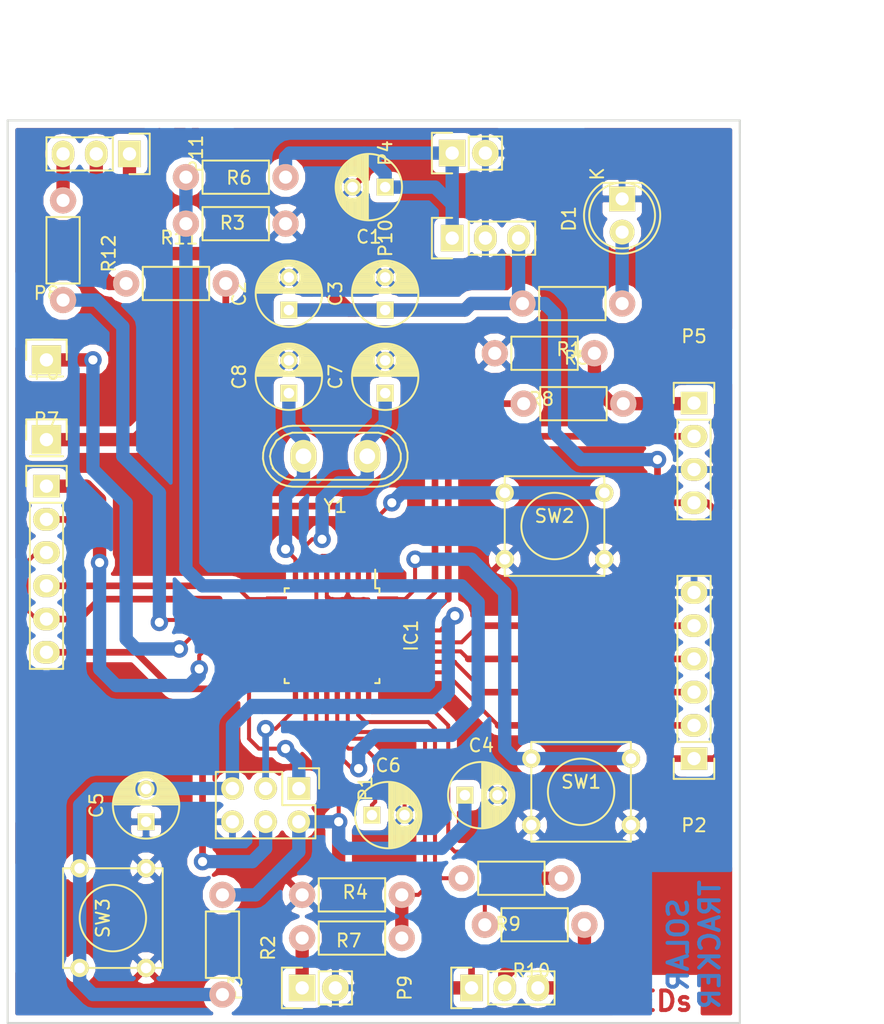
<source format=kicad_pcb>
(kicad_pcb (version 4) (host pcbnew 4.0.2-stable)
  (layers (0 F.Cu signal) (31 B.Cu signal) (34 B.Paste user) (35 F.Paste user) (36 B.SilkS user) (37 F.SilkS user) (38 B.Mask user) (39 F.Mask user) (44 Edge.Cuts user))
  (net 0 "")
  (net 1 +BATT)
  (net 2 GND)
  (net 3 VCC)
  (net 4 /RESET)
  (net 5 "Net-(C6-Pad1)")
  (net 6 /XTAL1)
  (net 7 /XTAL2)
  (net 8 "Net-(D1-Pad2)")
  (net 9 /BOT_2)
  (net 10 /LED_3)
  (net 11 /MOT_1)
  (net 12 /MOT_2)
  (net 13 /LED_4)
  (net 14 /LUZ)
  (net 15 /EN_A)
  (net 16 /EN_B)
  (net 17 /MOSI)
  (net 18 /MISO)
  (net 19 /SCK)
  (net 20 /BATT)
  (net 21 /PANEL)
  (net 22 /LED_1)
  (net 23 /LED_2)
  (net 24 /LDR_1)
  (net 25 /LDR_2)
  (net 26 /LDR_3)
  (net 27 /LDR_4)
  (net 28 /RX)
  (net 29 /TX_5)
  (net 30 /BOT_1)
  (net 31 VPP)
  (net 32 /TX_3_3)
  (net 33 "Net-(P9-Pad2)")
  (net 34 "Net-(P11-Pad2)")
  (net 35 "Net-(P9-Pad3)")
  (net 36 "Net-(P11-Pad3)")
  (module Capacitors_ThroughHole:C_Radial_D5_L6_P2.5 (layer F.Cu) (at 150.876 38.1 180)
    (fp_text reference C1 (at 1.25 -3.8 180) (layer F.SilkS))
    (fp_text value 100nF)
    (pad 1 thru_hole rect (at 0 0 180) (size 1.3 1.3) (drill 0.8) (layers *.Cu *.Mask F.SilkS) (net 1 +BATT))
    (pad 2 thru_hole circle (at 2.5 0 180) (size 1.3 1.3) (drill 0.8) (layers *.Cu *.Mask F.SilkS) (net 2 GND))
  )
  (module Capacitors_ThroughHole:C_Radial_D5_L6_P2.5 (layer F.Cu) (at 143.51 47.498 90)
    (fp_text reference C2 (at 1.25 -3.8 90) (layer F.SilkS))
    (fp_text value 10uF)
    (pad 1 thru_hole rect (at 0 0 90) (size 1.3 1.3) (drill 0.8) (layers *.Cu *.Mask F.SilkS) (net 3 VCC))
    (pad 2 thru_hole circle (at 2.5 0 90) (size 1.3 1.3) (drill 0.8) (layers *.Cu *.Mask F.SilkS) (net 2 GND))
  )
  (module Capacitors_ThroughHole:C_Radial_D5_L6_P2.5 (layer F.Cu) (at 150.876 47.498 90)
    (fp_text reference C3 (at 1.25 -3.8 90) (layer F.SilkS))
    (fp_text value 100nF)
    (pad 1 thru_hole rect (at 0 0 90) (size 1.3 1.3) (drill 0.8) (layers *.Cu *.Mask F.SilkS) (net 3 VCC))
    (pad 2 thru_hole circle (at 2.5 0 90) (size 1.3 1.3) (drill 0.8) (layers *.Cu *.Mask F.SilkS) (net 2 GND))
  )
  (module Capacitors_ThroughHole:C_Radial_D5_L6_P2.5 (layer F.Cu) (at 156.972 84.582)
    (fp_text reference C4 (at 1.25 -3.8) (layer F.SilkS))
    (fp_text value 100nF)
    (pad 1 thru_hole rect (at 0 0) (size 1.3 1.3) (drill 0.8) (layers *.Cu *.Mask F.SilkS) (net 3 VCC))
    (pad 2 thru_hole circle (at 2.5 0) (size 1.3 1.3) (drill 0.8) (layers *.Cu *.Mask F.SilkS) (net 2 GND))
  )
  (module Capacitors_ThroughHole:C_Radial_D5_L6_P2.5 (layer F.Cu) (at 132.588 86.614 90)
    (fp_text reference C5 (at 1.25 -3.8 90) (layer F.SilkS))
    (fp_text value 100nF)
    (pad 1 thru_hole rect (at 0 0 90) (size 1.3 1.3) (drill 0.8) (layers *.Cu *.Mask F.SilkS) (net 2 GND))
    (pad 2 thru_hole circle (at 2.5 0 90) (size 1.3 1.3) (drill 0.8) (layers *.Cu *.Mask F.SilkS) (net 4 /RESET))
  )
  (module Capacitors_ThroughHole:C_Radial_D5_L6_P2.5 (layer F.Cu) (at 149.86 86.106)
    (fp_text reference C6 (at 1.25 -3.8) (layer F.SilkS))
    (fp_text value 100nF)
    (pad 1 thru_hole rect (at 0 0) (size 1.3 1.3) (drill 0.8) (layers *.Cu *.Mask F.SilkS) (net 5 "Net-(C6-Pad1)"))
    (pad 2 thru_hole circle (at 2.5 0) (size 1.3 1.3) (drill 0.8) (layers *.Cu *.Mask F.SilkS) (net 2 GND))
  )
  (module Capacitors_ThroughHole:C_Radial_D5_L6_P2.5 (layer F.Cu) (at 150.876 53.848 90)
    (fp_text reference C7 (at 1.25 -3.8 90) (layer F.SilkS))
    (fp_text value 15pF)
    (pad 1 thru_hole rect (at 0 0 90) (size 1.3 1.3) (drill 0.8) (layers *.Cu *.Mask F.SilkS) (net 6 /XTAL1))
    (pad 2 thru_hole circle (at 2.5 0 90) (size 1.3 1.3) (drill 0.8) (layers *.Cu *.Mask F.SilkS) (net 2 GND))
  )
  (module Capacitors_ThroughHole:C_Radial_D5_L6_P2.5 (layer F.Cu) (at 143.51 53.848 90)
    (fp_text reference C8 (at 1.25 -3.8 90) (layer F.SilkS))
    (fp_text value 15pF)
    (pad 1 thru_hole rect (at 0 0 90) (size 1.3 1.3) (drill 0.8) (layers *.Cu *.Mask F.SilkS) (net 7 /XTAL2))
    (pad 2 thru_hole circle (at 2.5 0 90) (size 1.3 1.3) (drill 0.8) (layers *.Cu *.Mask F.SilkS) (net 2 GND))
  )
  (module LEDs:LED-5MM (layer F.Cu) (at 169 39 270)
    (fp_text reference D1 (at 1.524 4.064 270) (layer F.SilkS))
    (fp_text value LED)
    (fp_text user K (at -1.905 1.905 270) (layer F.SilkS))
    (pad 1 thru_hole rect (at 0 0) (size 2 1.9) (drill 1.00076) (layers *.Cu *.Mask F.SilkS) (net 2 GND))
    (pad 2 thru_hole circle (at 2.54 0 270) (size 1.9 1.9) (drill 1.00076) (layers *.Cu *.Mask F.SilkS) (net 8 "Net-(D1-Pad2)"))
  )
  (module Pin_Headers:Pin_Header_Straight_2x03 (layer F.Cu) (at 144.272 84.074 270)
    (fp_text reference P1 (at 0 -5.1 270) (layer F.SilkS))
    (fp_text value CONN_02X03)
    (pad 1 thru_hole rect (at 0 0 270) (size 1.7272 1.7272) (drill 1.016) (layers *.Cu *.Mask F.SilkS) (net 18 /MISO))
    (pad 2 thru_hole oval (at 2.54 0 270) (size 1.7272 1.7272) (drill 1.016) (layers *.Cu *.Mask F.SilkS) (net 3 VCC))
    (pad 3 thru_hole oval (at 0 2.54 270) (size 1.7272 1.7272) (drill 1.016) (layers *.Cu *.Mask F.SilkS) (net 19 /SCK))
    (pad 4 thru_hole oval (at 2.54 2.54 270) (size 1.7272 1.7272) (drill 1.016) (layers *.Cu *.Mask F.SilkS) (net 17 /MOSI))
    (pad 5 thru_hole oval (at 0 5.08 270) (size 1.7272 1.7272) (drill 1.016) (layers *.Cu *.Mask F.SilkS) (net 4 /RESET))
    (pad 6 thru_hole oval (at 2.54 5.08 270) (size 1.7272 1.7272) (drill 1.016) (layers *.Cu *.Mask F.SilkS) (net 2 GND))
  )
  (module Pin_Headers:Pin_Header_Straight_1x06 (layer F.Cu) (at 174.498 81.788 180)
    (fp_text reference P2 (at 0 -5.1 180) (layer F.SilkS))
    (fp_text value CONN_01X06)
    (pad 1 thru_hole rect (at 0 0 180) (size 2.032 1.7272) (drill 1.016) (layers *.Cu *.Mask F.SilkS) (net 3 VCC))
    (pad 2 thru_hole oval (at 0 2.54 180) (size 2.032 1.7272) (drill 1.016) (layers *.Cu *.Mask F.SilkS) (net 24 /LDR_1))
    (pad 3 thru_hole oval (at 0 5.08 180) (size 2.032 1.7272) (drill 1.016) (layers *.Cu *.Mask F.SilkS) (net 25 /LDR_2))
    (pad 4 thru_hole oval (at 0 7.62 180) (size 2.032 1.7272) (drill 1.016) (layers *.Cu *.Mask F.SilkS) (net 26 /LDR_3))
    (pad 5 thru_hole oval (at 0 10.16 180) (size 2.032 1.7272) (drill 1.016) (layers *.Cu *.Mask F.SilkS) (net 27 /LDR_4))
    (pad 6 thru_hole oval (at 0 12.7 180) (size 2.032 1.7272) (drill 1.016) (layers *.Cu *.Mask F.SilkS) (net 2 GND))
  )
  (module Pin_Headers:Pin_Header_Straight_1x02 (layer F.Cu) (at 144.526 99.314 90)
    (fp_text reference P3 (at 0 -5.1 90) (layer F.SilkS))
    (fp_text value PANEL)
    (pad 1 thru_hole rect (at 0 0 90) (size 2.032 2.032) (drill 1.016) (layers *.Cu *.Mask F.SilkS) (net 31 VPP))
    (pad 2 thru_hole oval (at 0 2.54 90) (size 2.032 2.032) (drill 1.016) (layers *.Cu *.Mask F.SilkS) (net 2 GND))
  )
  (module Pin_Headers:Pin_Header_Straight_1x02 (layer F.Cu) (at 156 35.5 90)
    (fp_text reference P4 (at 0 -5.1 90) (layer F.SilkS))
    (fp_text value BATT)
    (pad 1 thru_hole rect (at 0 0 90) (size 2.032 2.032) (drill 1.016) (layers *.Cu *.Mask F.SilkS) (net 1 +BATT))
    (pad 2 thru_hole oval (at 0 2.54 90) (size 2.032 2.032) (drill 1.016) (layers *.Cu *.Mask F.SilkS) (net 2 GND))
  )
  (module Pin_Headers:Pin_Header_Straight_1x04 (layer F.Cu) (at 174.498 54.61)
    (fp_text reference P5 (at 0 -5.1) (layer F.SilkS))
    (fp_text value BLUETOOTH)
    (pad 1 thru_hole rect (at 0 0) (size 2.032 1.7272) (drill 1.016) (layers *.Cu *.Mask F.SilkS) (net 32 /TX_3_3))
    (pad 2 thru_hole oval (at 0 2.54) (size 2.032 1.7272) (drill 1.016) (layers *.Cu *.Mask F.SilkS) (net 28 /RX))
    (pad 3 thru_hole oval (at 0 5.08) (size 2.032 1.7272) (drill 1.016) (layers *.Cu *.Mask F.SilkS) (net 2 GND))
    (pad 4 thru_hole oval (at 0 7.62) (size 2.032 1.7272) (drill 1.016) (layers *.Cu *.Mask F.SilkS) (net 3 VCC))
  )
  (module Pin_Headers:Pin_Header_Straight_1x01 (layer F.Cu) (at 124.968 57.404)
    (fp_text reference P6 (at 0 -5.1) (layer F.SilkS))
    (fp_text value MOTORES)
    (pad 1 thru_hole rect (at 0 0) (size 2.2352 2.2352) (drill 1.016) (layers *.Cu *.Mask F.SilkS) (net 3 VCC))
  )
  (module Pin_Headers:Pin_Header_Straight_1x06 (layer F.Cu) (at 124.968 60.96)
    (fp_text reference P7 (at 0 -5.1) (layer F.SilkS))
    (fp_text value MOTORES)
    (pad 1 thru_hole rect (at 0 0) (size 2.032 1.7272) (drill 1.016) (layers *.Cu *.Mask F.SilkS) (net 15 /EN_A))
    (pad 2 thru_hole oval (at 0 2.54) (size 2.032 1.7272) (drill 1.016) (layers *.Cu *.Mask F.SilkS) (net 11 /MOT_1))
    (pad 3 thru_hole oval (at 0 5.08) (size 2.032 1.7272) (drill 1.016) (layers *.Cu *.Mask F.SilkS) (net 12 /MOT_2))
    (pad 4 thru_hole oval (at 0 7.62) (size 2.032 1.7272) (drill 1.016) (layers *.Cu *.Mask F.SilkS) (net 11 /MOT_1))
    (pad 5 thru_hole oval (at 0 10.16) (size 2.032 1.7272) (drill 1.016) (layers *.Cu *.Mask F.SilkS) (net 12 /MOT_2))
    (pad 6 thru_hole oval (at 0 12.7) (size 2.032 1.7272) (drill 1.016) (layers *.Cu *.Mask F.SilkS) (net 16 /EN_B))
  )
  (module Pin_Headers:Pin_Header_Straight_1x01 (layer F.Cu) (at 124.968 51.308)
    (fp_text reference P8 (at 0 -5.1) (layer F.SilkS))
    (fp_text value LUZ)
    (pad 1 thru_hole rect (at 0 0) (size 2.2352 2.2352) (drill 1.016) (layers *.Cu *.Mask F.SilkS) (net 14 /LUZ))
  )
  (module Buttons_Switches_ThroughHole:SW_PUSH_SMALL (layer F.Cu) (at 165.862 84.328)
    (fp_text reference SW1 (at 0 -0.762) (layer F.SilkS))
    (fp_text value SW_PUSH)
    (pad 1 thru_hole circle (at 3.81 -2.54) (size 1.397 1.397) (drill 0.8128) (layers *.Cu *.Mask F.SilkS) (net 30 /BOT_1))
    (pad 2 thru_hole circle (at 3.81 2.54) (size 1.397 1.397) (drill 0.8128) (layers *.Cu *.Mask F.SilkS) (net 2 GND))
    (pad 1 thru_hole circle (at -3.81 -2.54) (size 1.397 1.397) (drill 0.8128) (layers *.Cu *.Mask F.SilkS) (net 30 /BOT_1))
    (pad 2 thru_hole circle (at -3.81 2.54) (size 1.397 1.397) (drill 0.8128) (layers *.Cu *.Mask F.SilkS) (net 2 GND))
  )
  (module Buttons_Switches_ThroughHole:SW_PUSH_SMALL (layer F.Cu) (at 163.83 64.008)
    (fp_text reference SW2 (at 0 -0.762) (layer F.SilkS))
    (fp_text value SW_PUSH)
    (pad 1 thru_hole circle (at 3.81 -2.54) (size 1.397 1.397) (drill 0.8128) (layers *.Cu *.Mask F.SilkS) (net 9 /BOT_2))
    (pad 2 thru_hole circle (at 3.81 2.54) (size 1.397 1.397) (drill 0.8128) (layers *.Cu *.Mask F.SilkS) (net 2 GND))
    (pad 1 thru_hole circle (at -3.81 -2.54) (size 1.397 1.397) (drill 0.8128) (layers *.Cu *.Mask F.SilkS) (net 9 /BOT_2))
    (pad 2 thru_hole circle (at -3.81 2.54) (size 1.397 1.397) (drill 0.8128) (layers *.Cu *.Mask F.SilkS) (net 2 GND))
  )
  (module Buttons_Switches_ThroughHole:SW_PUSH_SMALL (layer F.Cu) (at 130.048 93.98 90)
    (fp_text reference SW3 (at 0 -0.762 90) (layer F.SilkS))
    (fp_text value SW_PUSH)
    (pad 1 thru_hole circle (at 3.81 -2.54 90) (size 1.397 1.397) (drill 0.8128) (layers *.Cu *.Mask F.SilkS) (net 4 /RESET))
    (pad 2 thru_hole circle (at 3.81 2.54 90) (size 1.397 1.397) (drill 0.8128) (layers *.Cu *.Mask F.SilkS) (net 2 GND))
    (pad 1 thru_hole circle (at -3.81 -2.54 90) (size 1.397 1.397) (drill 0.8128) (layers *.Cu *.Mask F.SilkS) (net 4 /RESET))
    (pad 2 thru_hole circle (at -3.81 2.54 90) (size 1.397 1.397) (drill 0.8128) (layers *.Cu *.Mask F.SilkS) (net 2 GND))
  )
  (module Crystals:Crystal_HC50-U_Vertical (layer F.Cu) (at 147.066 58.674 180)
    (fp_text reference Y1 (at 0 -3.81 180) (layer F.SilkS))
    (fp_text value Crystal)
    (pad 1 thru_hole oval (at -2.44094 0 180) (size 1.99898 2.49936) (drill 1.19888) (layers *.Cu *.Mask F.SilkS) (net 6 /XTAL1))
    (pad 2 thru_hole oval (at 2.44094 0 180) (size 1.99898 2.49936) (drill 1.19888) (layers *.Cu *.Mask F.SilkS) (net 7 /XTAL2))
  )
  (module Resistors_ThroughHole:Resistor_Horizontal_RM7mm (layer F.Cu) (at 169 47 180)
    (fp_text reference R1 (at 4.05892 -3.50012 180) (layer F.SilkS))
    (fp_text value 220)
    (pad 1 thru_hole circle (at 0 0 180) (size 1.99898 1.99898) (drill 1.00076) (layers *.Cu *.SilkS *.Mask) (net 8 "Net-(D1-Pad2)"))
    (pad 2 thru_hole circle (at 7.62 0 180) (size 1.99898 1.99898) (drill 1.00076) (layers *.Cu *.SilkS *.Mask) (net 3 VCC))
  )
  (module Resistors_ThroughHole:Resistor_Horizontal_RM7mm (layer F.Cu) (at 138.43 92.202 270)
    (fp_text reference R2 (at 4.05892 -3.50012 270) (layer F.SilkS))
    (fp_text value 10K)
    (pad 1 thru_hole circle (at 0 0 270) (size 1.99898 1.99898) (drill 1.00076) (layers *.Cu *.SilkS *.Mask) (net 3 VCC))
    (pad 2 thru_hole circle (at 7.62 0 270) (size 1.99898 1.99898) (drill 1.00076) (layers *.Cu *.SilkS *.Mask) (net 4 /RESET))
  )
  (module Resistors_ThroughHole:Resistor_Horizontal_RM7mm (layer F.Cu) (at 143.256 37.338 180)
    (fp_text reference R3 (at 4.05892 -3.50012 180) (layer F.SilkS))
    (fp_text value 200K)
    (pad 1 thru_hole circle (at 0 0 180) (size 1.99898 1.99898) (drill 1.00076) (layers *.Cu *.SilkS *.Mask) (net 1 +BATT))
    (pad 2 thru_hole circle (at 7.62 0 180) (size 1.99898 1.99898) (drill 1.00076) (layers *.Cu *.SilkS *.Mask) (net 20 /BATT))
  )
  (module Resistors_ThroughHole:Resistor_Horizontal_RM7mm (layer F.Cu) (at 144.526 95.504)
    (fp_text reference R4 (at 4.05892 -3.50012) (layer F.SilkS))
    (fp_text value R)
    (pad 1 thru_hole circle (at 0 0) (size 1.99898 1.99898) (drill 1.00076) (layers *.Cu *.SilkS *.Mask) (net 31 VPP))
    (pad 2 thru_hole circle (at 7.62 0) (size 1.99898 1.99898) (drill 1.00076) (layers *.Cu *.SilkS *.Mask) (net 21 /PANEL))
  )
  (module Resistors_ThroughHole:Resistor_Horizontal_RM7mm (layer F.Cu) (at 161.468 54.654)
    (fp_text reference R5 (at 4.05892 -3.50012) (layer F.SilkS))
    (fp_text value R)
    (pad 1 thru_hole circle (at 0 0) (size 1.99898 1.99898) (drill 1.00076) (layers *.Cu *.SilkS *.Mask) (net 29 /TX_5))
    (pad 2 thru_hole circle (at 7.62 0) (size 1.99898 1.99898) (drill 1.00076) (layers *.Cu *.SilkS *.Mask) (net 32 /TX_3_3))
  )
  (module Resistors_ThroughHole:Resistor_Horizontal_RM7mm (layer F.Cu) (at 135.636 40.894)
    (fp_text reference R6 (at 4.05892 -3.50012) (layer F.SilkS))
    (fp_text value 100K)
    (pad 1 thru_hole circle (at 0 0) (size 1.99898 1.99898) (drill 1.00076) (layers *.Cu *.SilkS *.Mask) (net 20 /BATT))
    (pad 2 thru_hole circle (at 7.62 0) (size 1.99898 1.99898) (drill 1.00076) (layers *.Cu *.SilkS *.Mask) (net 2 GND))
  )
  (module Resistors_ThroughHole:Resistor_Horizontal_RM7mm (layer F.Cu) (at 152.146 92.202 180)
    (fp_text reference R7 (at 4.05892 -3.50012 180) (layer F.SilkS))
    (fp_text value R)
    (pad 1 thru_hole circle (at 0 0 180) (size 1.99898 1.99898) (drill 1.00076) (layers *.Cu *.SilkS *.Mask) (net 21 /PANEL))
    (pad 2 thru_hole circle (at 7.62 0 180) (size 1.99898 1.99898) (drill 1.00076) (layers *.Cu *.SilkS *.Mask) (net 2 GND))
  )
  (module Resistors_ThroughHole:Resistor_Horizontal_RM7mm (layer F.Cu) (at 166.878 50.8 180)
    (fp_text reference R8 (at 4.05892 -3.50012 180) (layer F.SilkS))
    (fp_text value R)
    (pad 1 thru_hole circle (at 0 0 180) (size 1.99898 1.99898) (drill 1.00076) (layers *.Cu *.SilkS *.Mask) (net 32 /TX_3_3))
    (pad 2 thru_hole circle (at 7.62 0 180) (size 1.99898 1.99898) (drill 1.00076) (layers *.Cu *.SilkS *.Mask) (net 2 GND))
  )
  (module Resistors_ThroughHole:Resistor_Horizontal_RM7mm (layer F.Cu) (at 164.338 90.932 180)
    (fp_text reference R9 (at 4.05892 -3.50012 180) (layer F.SilkS))
    (fp_text value 330)
    (pad 1 thru_hole circle (at 0 0 180) (size 1.99898 1.99898) (drill 1.00076) (layers *.Cu *.SilkS *.Mask) (net 33 "Net-(P9-Pad2)"))
    (pad 2 thru_hole circle (at 7.62 0 180) (size 1.99898 1.99898) (drill 1.00076) (layers *.Cu *.SilkS *.Mask) (net 22 /LED_1))
  )
  (module Resistors_ThroughHole:Resistor_Horizontal_RM7mm (layer F.Cu) (at 166.116 94.488 180)
    (fp_text reference R10 (at 4.05892 -3.50012 180) (layer F.SilkS))
    (fp_text value 330)
    (pad 1 thru_hole circle (at 0 0 180) (size 1.99898 1.99898) (drill 1.00076) (layers *.Cu *.SilkS *.Mask) (net 35 "Net-(P9-Pad3)"))
    (pad 2 thru_hole circle (at 7.62 0 180) (size 1.99898 1.99898) (drill 1.00076) (layers *.Cu *.SilkS *.Mask) (net 23 /LED_2))
  )
  (module Resistors_ThroughHole:Resistor_Horizontal_RM7mm (layer F.Cu) (at 131.064 45.466)
    (fp_text reference R11 (at 4.05892 -3.50012) (layer F.SilkS))
    (fp_text value 330)
    (pad 1 thru_hole circle (at 0 0) (size 1.99898 1.99898) (drill 1.00076) (layers *.Cu *.SilkS *.Mask) (net 34 "Net-(P11-Pad2)"))
    (pad 2 thru_hole circle (at 7.62 0) (size 1.99898 1.99898) (drill 1.00076) (layers *.Cu *.SilkS *.Mask) (net 10 /LED_3))
  )
  (module Resistors_ThroughHole:Resistor_Horizontal_RM7mm (layer F.Cu) (at 126.238 39.116 270)
    (fp_text reference R12 (at 4.05892 -3.50012 270) (layer F.SilkS))
    (fp_text value 330)
    (pad 1 thru_hole circle (at 0 0 270) (size 1.99898 1.99898) (drill 1.00076) (layers *.Cu *.SilkS *.Mask) (net 36 "Net-(P11-Pad3)"))
    (pad 2 thru_hole circle (at 7.62 0 270) (size 1.99898 1.99898) (drill 1.00076) (layers *.Cu *.SilkS *.Mask) (net 13 /LED_4))
  )
  (module Pin_Headers:Pin_Header_Straight_1x03 (layer F.Cu) (at 156 42 90)
    (fp_text reference P10 (at 0 -5.1 90) (layer F.SilkS))
    (fp_text value lm7805)
    (pad 1 thru_hole rect (at 0 0 90) (size 2.032 1.7272) (drill 1.016) (layers *.Cu *.Mask F.SilkS) (net 1 +BATT))
    (pad 2 thru_hole oval (at 0 2.54 90) (size 2.032 1.7272) (drill 1.016) (layers *.Cu *.Mask F.SilkS) (net 2 GND))
    (pad 3 thru_hole oval (at 0 5.08 90) (size 2.032 1.7272) (drill 1.016) (layers *.Cu *.Mask F.SilkS) (net 3 VCC))
  )
  (module Housings_QFP:ATMEGA328PARALCI (layer F.Cu) (at 146.812 72.39 270)
    (fp_text reference IC1 (at 0 -6.05 270) (layer F.SilkS))
    (fp_text value ATMEGA328-A)
    (pad 1 smd rect (at -4.25 -2.8 270) (size 1.6 0.4064) (layers F.Cu F.Paste F.Mask) (net 9 /BOT_2))
    (pad 2 smd rect (at -4.25 -2 270) (size 1.6 0.4064) (layers F.Cu F.Paste F.Mask) (net 10 /LED_3))
    (pad 3 smd rect (at -4.25 -1.2 270) (size 1.6 0.4064) (layers F.Cu F.Paste F.Mask) (net 2 GND))
    (pad 4 smd rect (at -4.25 -0.4 270) (size 1.6 0.4064) (layers F.Cu F.Paste F.Mask) (net 3 VCC))
    (pad 5 smd rect (at -4.25 0.4 270) (size 1.6 0.4064) (layers F.Cu F.Paste F.Mask) (net 2 GND))
    (pad 6 smd rect (at -4.25 1.2 270) (size 1.6 0.4064) (layers F.Cu F.Paste F.Mask) (net 3 VCC))
    (pad 7 smd rect (at -4.25 2 270) (size 1.6 0.4064) (layers F.Cu F.Paste F.Mask) (net 6 /XTAL1))
    (pad 8 smd rect (at -4.25 2.8 270) (size 1.6 0.4064) (layers F.Cu F.Paste F.Mask) (net 7 /XTAL2))
    (pad 9 smd rect (at -2.8 4.25) (size 1.6 0.4064) (layers F.Cu F.Paste F.Mask) (net 11 /MOT_1))
    (pad 10 smd rect (at -2 4.25) (size 1.6 0.4064) (layers F.Cu F.Paste F.Mask) (net 12 /MOT_2))
    (pad 11 smd rect (at -1.2 4.25) (size 1.6 0.4064) (layers F.Cu F.Paste F.Mask) (net 13 /LED_4))
    (pad 12 smd rect (at -0.4 4.25) (size 1.6 0.4064) (layers F.Cu F.Paste F.Mask) (net 14 /LUZ))
    (pad 13 smd rect (at 0.4 4.25) (size 1.6 0.4064) (layers F.Cu F.Paste F.Mask) (net 15 /EN_A))
    (pad 14 smd rect (at 1.2 4.25) (size 1.6 0.4064) (layers F.Cu F.Paste F.Mask) (net 16 /EN_B))
    (pad 15 smd rect (at 2 4.25) (size 1.6 0.4064) (layers F.Cu F.Paste F.Mask) (net 17 /MOSI))
    (pad 16 smd rect (at 2.8 4.25) (size 1.6 0.4064) (layers F.Cu F.Paste F.Mask) (net 18 /MISO))
    (pad 17 smd rect (at 4.25 2.8 270) (size 1.6 0.4064) (layers F.Cu F.Paste F.Mask) (net 19 /SCK))
    (pad 18 smd rect (at 4.25 2 270) (size 1.6 0.4064) (layers F.Cu F.Paste F.Mask) (net 3 VCC))
    (pad 19 smd rect (at 4.25 1.2 270) (size 1.6 0.4064) (layers F.Cu F.Paste F.Mask) (net 20 /BATT))
    (pad 20 smd rect (at 4.25 0.4 270) (size 1.6 0.4064) (layers F.Cu F.Paste F.Mask) (net 5 "Net-(C6-Pad1)"))
    (pad 21 smd rect (at 4.25 -0.4 270) (size 1.6 0.4064) (layers F.Cu F.Paste F.Mask) (net 2 GND))
    (pad 22 smd rect (at 4.25 -1.2 270) (size 1.6 0.4064) (layers F.Cu F.Paste F.Mask) (net 21 /PANEL))
    (pad 23 smd rect (at 4.25 -2 270) (size 1.6 0.4064) (layers F.Cu F.Paste F.Mask) (net 22 /LED_1))
    (pad 24 smd rect (at 4.25 -2.8 270) (size 1.6 0.4064) (layers F.Cu F.Paste F.Mask) (net 23 /LED_2))
    (pad 25 smd rect (at 2.8 -4.25) (size 1.6 0.4064) (layers F.Cu F.Paste F.Mask) (net 24 /LDR_1))
    (pad 26 smd rect (at 2 -4.25) (size 1.6 0.4064) (layers F.Cu F.Paste F.Mask) (net 25 /LDR_2))
    (pad 27 smd rect (at 1.2 -4.25) (size 1.6 0.4064) (layers F.Cu F.Paste F.Mask) (net 26 /LDR_3))
    (pad 28 smd rect (at 0.4 -4.25) (size 1.6 0.4064) (layers F.Cu F.Paste F.Mask) (net 27 /LDR_4))
    (pad 29 smd rect (at -0.4 -4.25) (size 1.6 0.4064) (layers F.Cu F.Paste F.Mask) (net 4 /RESET))
    (pad 30 smd rect (at -1.2 -4.25) (size 1.6 0.4064) (layers F.Cu F.Paste F.Mask) (net 28 /RX))
    (pad 31 smd rect (at -2 -4.25) (size 1.6 0.4064) (layers F.Cu F.Paste F.Mask) (net 29 /TX_5))
    (pad 32 smd rect (at -2.8 -4.25) (size 1.6 0.4064) (layers F.Cu F.Paste F.Mask) (net 30 /BOT_1))
  )
  (module Pin_Headers:Pin_Header_Straight_1x03 (layer F.Cu) (at 157.48 99.314 90)
    (fp_text reference P9 (at 0 -5.1 90) (layer F.SilkS))
    (fp_text value LEDS_A)
    (pad 1 thru_hole rect (at 0 0 90) (size 2.032 1.7272) (drill 1.016) (layers *.Cu *.Mask F.SilkS) (net 3 VCC))
    (pad 2 thru_hole oval (at 0 2.54 90) (size 2.032 1.7272) (drill 1.016) (layers *.Cu *.Mask F.SilkS) (net 33 "Net-(P9-Pad2)"))
    (pad 3 thru_hole oval (at 0 5.08 90) (size 2.032 1.7272) (drill 1.016) (layers *.Cu *.Mask F.SilkS) (net 35 "Net-(P9-Pad3)"))
  )
  (module Pin_Headers:Pin_Header_Straight_1x03 (layer F.Cu) (at 131.318 35.56 270)
    (fp_text reference P11 (at 0 -5.1 270) (layer F.SilkS))
    (fp_text value LEDS_B)
    (pad 1 thru_hole rect (at 0 0 270) (size 2.032 1.7272) (drill 1.016) (layers *.Cu *.Mask F.SilkS) (net 3 VCC))
    (pad 2 thru_hole oval (at 0 2.54 270) (size 2.032 1.7272) (drill 1.016) (layers *.Cu *.Mask F.SilkS) (net 34 "Net-(P11-Pad2)"))
    (pad 3 thru_hole oval (at 0 5.08 270) (size 2.032 1.7272) (drill 1.016) (layers *.Cu *.Mask F.SilkS) (net 36 "Net-(P11-Pad3)"))
  )
  (gr_text "SOLAR\nTRACKER" (at 174.498 96.012 90) (layer B.Cu) (effects (font (size 1.5 1.5) (thickness 0.3)) (justify mirror)))
  (gr_text BT (at 176.022 51.054 90) (layer F.Cu) (effects (font (size 1.5 1.5) (thickness 0.3))))
  (gr_text LDRs (at 176.022 86.614 90) (layer F.Cu) (effects (font (size 1.5 1.5) (thickness 0.3))))
  (gr_text PANEL (at 141.478 97.79 90) (layer F.Cu) (effects (font (size 1.5 1.5) (thickness 0.3))))
  (gr_text LEDs (at 171.704 100.33) (layer F.Cu) (effects (font (size 1.5 1.5) (thickness 0.3))))
  (gr_text RESET (at 124.714 93.98 90) (layer F.Cu) (effects (font (size 1.5 1.5) (thickness 0.3))))
  (gr_text MOTORES (at 123.698 80.772 90) (layer F.Cu) (effects (font (size 1.5 1.5) (thickness 0.3))))
  (gr_text LUZ (at 123.698 47.498 90) (layer F.Cu) (effects (font (size 1.5 1.5) (thickness 0.3))))
  (gr_text LEDs (at 135.89 34.544) (layer F.Cu) (effects (font (size 1.5 1.5) (thickness 0.3))))
  (gr_text BATT (at 162.814 35.052) (layer F.Cu) (effects (font (size 1.5 1.5) (thickness 0.3048))))
  (gr_line (start 178 102) (end 122 102) (angle 90) (layer Edge.Cuts) (width 0.15))
  (gr_line (start 178 33) (end 178 34) (angle 90) (layer Edge.Cuts) (width 0.15))
  (gr_line (start 122 33) (end 178 33) (angle 90) (layer Edge.Cuts) (width 0.15))
  (gr_line (start 178 102) (end 178 33) (angle 90) (layer Edge.Cuts) (width 0.15))
  (gr_line (start 122 33) (end 122 102) (angle 90) (layer Edge.Cuts) (width 0.15))
  (segment (start 150.876 38.1) (end 150.876 37.084) (width 1.016) (layer B.Cu) (net 1))
  (segment (start 150.876 37.084) (end 149.292 35.5) (width 1.016) (layer B.Cu) (net 1))
  (segment (start 156 35.5) (end 149.292 35.5) (width 1.016) (layer B.Cu) (net 1))
  (segment (start 149.292 35.5) (end 143.57 35.5) (width 1.016) (layer B.Cu) (net 1))
  (segment (start 143.57 35.5) (end 143.256 35.814) (width 1.016) (layer B.Cu) (net 1))
  (segment (start 143.256 35.814) (end 143.256 37.338) (width 1.016) (layer B.Cu) (net 1))
  (segment (start 156 35.5) (end 156 42) (width 1.016) (layer B.Cu) (net 1))
  (segment (start 150.876 38.1) (end 154.686 38.1) (width 1.016) (layer B.Cu) (net 1))
  (segment (start 154.686 38.1) (end 156 39.414) (width 1.016) (layer B.Cu) (net 1))
  (segment (start 154.686 38.1) (end 156 39.414) (width 0.762) (layer B.Cu) (net 1))
  (segment (start 156 35.5) (end 156 39.414) (width 0.762) (layer B.Cu) (net 1))
  (segment (start 156 39.414) (end 156 42) (width 0.762) (layer B.Cu) (net 1))
  (segment (start 149.86 80.264) (end 151.638 80.264) (width 0.3048) (layer F.Cu) (net 2))
  (segment (start 152.36 80.986) (end 152.36 86.106) (width 0.3048) (layer F.Cu) (net 2))
  (segment (start 151.638 80.264) (end 152.36 80.986) (width 0.3048) (layer F.Cu) (net 2))
  (segment (start 147.828 64.77) (end 147.828 65.786) (width 0.3048) (layer F.Cu) (net 2))
  (segment (start 148.012 65.97) (end 148.012 68.14) (width 0.3048) (layer F.Cu) (net 2))
  (segment (start 147.828 65.786) (end 148.012 65.97) (width 0.3048) (layer F.Cu) (net 2))
  (segment (start 147.212 76.64) (end 147.212 75.076) (width 0.3048) (layer F.Cu) (net 2))
  (segment (start 147.212 75.076) (end 147.066 74.93) (width 0.3048) (layer F.Cu) (net 2))
  (segment (start 146.412 68.14) (end 146.412 69.45) (width 0.3048) (layer F.Cu) (net 2))
  (segment (start 146.412 69.45) (end 146.558 69.596) (width 0.3048) (layer F.Cu) (net 2))
  (segment (start 148.012 68.14) (end 148.012 69.78) (width 0.3048) (layer F.Cu) (net 2))
  (segment (start 148.012 69.78) (end 148.082 69.85) (width 0.3048) (layer F.Cu) (net 2))
  (segment (start 148.082 80.01) (end 148.336 80.264) (width 0.3048) (layer F.Cu) (net 2))
  (segment (start 148.336 80.264) (end 149.86 80.264) (width 0.3048) (layer F.Cu) (net 2))
  (segment (start 147.212 76.64) (end 147.212 79.14) (width 0.3048) (layer F.Cu) (net 2))
  (segment (start 147.212 79.14) (end 148.082 80.01) (width 0.3048) (layer F.Cu) (net 2))
  (segment (start 170.688 88.392) (end 171.704 87.376) (width 0.508) (layer F.Cu) (net 3))
  (segment (start 172.466 81.788) (end 174.498 81.788) (width 0.508) (layer F.Cu) (net 3))
  (segment (start 171.704 82.55) (end 172.466 81.788) (width 0.508) (layer F.Cu) (net 3))
  (segment (start 171.704 87.376) (end 171.704 82.55) (width 0.508) (layer F.Cu) (net 3))
  (segment (start 147.32 86.614) (end 147.32 88.138) (width 1.016) (layer B.Cu) (net 3))
  (segment (start 156.972 86.868) (end 156.972 84.582) (width 1.016) (layer B.Cu) (net 3))
  (segment (start 155.194 88.646) (end 156.972 86.868) (width 1.016) (layer B.Cu) (net 3))
  (segment (start 147.828 88.646) (end 155.194 88.646) (width 1.016) (layer B.Cu) (net 3))
  (segment (start 147.32 88.138) (end 147.828 88.646) (width 1.016) (layer B.Cu) (net 3))
  (segment (start 147.32 86.614) (end 147.32 90.424) (width 1.016) (layer F.Cu) (net 3))
  (segment (start 149.606 97.79) (end 151.13 99.314) (width 1.016) (layer F.Cu) (net 3))
  (segment (start 149.606 92.71) (end 149.606 97.79) (width 1.016) (layer F.Cu) (net 3))
  (segment (start 147.32 90.424) (end 149.606 92.71) (width 1.016) (layer F.Cu) (net 3))
  (segment (start 151.13 99.314) (end 157.48 99.314) (width 1.016) (layer F.Cu) (net 3))
  (segment (start 144.272 86.614) (end 144.272 88.9) (width 1.016) (layer B.Cu) (net 3))
  (segment (start 140.97 92.202) (end 138.43 92.202) (width 1.016) (layer B.Cu) (net 3))
  (segment (start 144.272 88.9) (end 140.97 92.202) (width 1.016) (layer B.Cu) (net 3))
  (segment (start 147.32 86.614) (end 144.272 86.614) (width 1.016) (layer B.Cu) (net 3))
  (segment (start 161.38 47) (end 163.078 47) (width 1.016) (layer B.Cu) (net 3))
  (segment (start 163.078 47) (end 163.83 47.752) (width 1.016) (layer B.Cu) (net 3))
  (segment (start 163.83 47.752) (end 163.83 56.896) (width 1.016) (layer B.Cu) (net 3))
  (segment (start 163.83 56.896) (end 165.862 58.928) (width 1.016) (layer B.Cu) (net 3))
  (segment (start 165.862 58.928) (end 171.704 58.928) (width 1.016) (layer B.Cu) (net 3))
  (segment (start 161.08 42) (end 161.08 46.7) (width 1.016) (layer B.Cu) (net 3))
  (segment (start 161.08 46.7) (end 161.38 47) (width 1.016) (layer B.Cu) (net 3))
  (segment (start 143.51 47.498) (end 150.876 47.498) (width 1.016) (layer B.Cu) (net 3))
  (segment (start 150.876 47.498) (end 156.972 47.498) (width 1.016) (layer B.Cu) (net 3))
  (segment (start 157.48 46.99) (end 161.37 46.99) (width 1.016) (layer B.Cu) (net 3))
  (segment (start 156.972 47.498) (end 157.48 46.99) (width 1.016) (layer B.Cu) (net 3))
  (segment (start 161.37 46.99) (end 161.38 47) (width 1.016) (layer B.Cu) (net 3))
  (segment (start 133.35 43.18) (end 133.35 55.88) (width 1.016) (layer F.Cu) (net 3))
  (segment (start 131.826 57.404) (end 124.968 57.404) (width 1.016) (layer F.Cu) (net 3))
  (segment (start 133.35 55.88) (end 131.826 57.404) (width 1.016) (layer F.Cu) (net 3))
  (segment (start 148.59 47.498) (end 148.082 47.498) (width 1.016) (layer F.Cu) (net 3))
  (segment (start 131.318 41.148) (end 131.318 35.56) (width 1.016) (layer F.Cu) (net 3))
  (segment (start 133.35 43.18) (end 131.318 41.148) (width 1.016) (layer F.Cu) (net 3))
  (segment (start 136.652 43.18) (end 133.35 43.18) (width 1.016) (layer F.Cu) (net 3))
  (segment (start 145.288 43.18) (end 136.652 43.18) (width 1.016) (layer F.Cu) (net 3))
  (segment (start 146.304 44.196) (end 145.288 43.18) (width 1.016) (layer F.Cu) (net 3))
  (segment (start 146.304 45.72) (end 146.304 44.196) (width 1.016) (layer F.Cu) (net 3))
  (segment (start 148.082 47.498) (end 146.304 45.72) (width 1.016) (layer F.Cu) (net 3))
  (segment (start 150.876 47.498) (end 148.59 47.498) (width 1.016) (layer F.Cu) (net 3))
  (segment (start 148.59 47.498) (end 143.51 47.498) (width 1.016) (layer F.Cu) (net 3))
  (segment (start 161.38 47) (end 157.47 47) (width 1.016) (layer F.Cu) (net 3))
  (segment (start 157.47 47) (end 156.972 47.498) (width 1.016) (layer F.Cu) (net 3))
  (segment (start 156.972 47.498) (end 150.876 47.498) (width 1.016) (layer F.Cu) (net 3))
  (segment (start 160.274 95.504) (end 160.274 89.662) (width 0.508) (layer F.Cu) (net 3))
  (segment (start 160.274 89.662) (end 160.782 89.154) (width 0.508) (layer F.Cu) (net 3))
  (segment (start 159.258 96.52) (end 160.274 95.504) (width 0.508) (layer F.Cu) (net 3))
  (segment (start 157.48 99.314) (end 157.48 97.536) (width 0.508) (layer F.Cu) (net 3))
  (segment (start 157.48 97.536) (end 158.496 96.52) (width 0.508) (layer F.Cu) (net 3))
  (segment (start 151.13 99.314) (end 157.48 99.314) (width 0.508) (layer F.Cu) (net 3))
  (segment (start 164.846 88.392) (end 170.688 88.392) (width 0.508) (layer F.Cu) (net 3))
  (segment (start 158.496 96.52) (end 159.258 96.52) (width 0.508) (layer F.Cu) (net 3))
  (segment (start 160.782 89.154) (end 161.544 88.392) (width 0.508) (layer F.Cu) (net 3))
  (segment (start 161.544 88.392) (end 164.846 88.392) (width 0.508) (layer F.Cu) (net 3))
  (segment (start 163.83 47.752) (end 163.83 49.45) (width 0.508) (layer B.Cu) (net 3))
  (segment (start 163.078 47) (end 163.83 47.752) (width 0.508) (layer B.Cu) (net 3))
  (segment (start 174.498 62.23) (end 172.72 62.23) (width 0.508) (layer F.Cu) (net 3))
  (segment (start 163.83 56.896) (end 163.83 49.45) (width 0.508) (layer B.Cu) (net 3))
  (segment (start 165.862 58.928) (end 163.83 56.896) (width 0.508) (layer B.Cu) (net 3))
  (segment (start 168.656 58.928) (end 165.862 58.928) (width 0.508) (layer B.Cu) (net 3))
  (segment (start 171.704 58.928) (end 168.656 58.928) (width 0.508) (layer B.Cu) (net 3))
  (via (at 171.704 58.928) (size 1.3334) (drill 0.7) (layers F.Cu B.Cu) (net 3))
  (segment (start 171.704 61.214) (end 171.704 58.928) (width 0.508) (layer F.Cu) (net 3))
  (segment (start 172.72 62.23) (end 171.704 61.214) (width 0.508) (layer F.Cu) (net 3))
  (segment (start 176.53 68.834) (end 176.53 63.246) (width 0.508) (layer F.Cu) (net 3))
  (segment (start 176.53 63.246) (end 175.514 62.23) (width 0.508) (layer F.Cu) (net 3))
  (segment (start 174.498 81.788) (end 176.022 81.788) (width 0.508) (layer F.Cu) (net 3))
  (segment (start 176.53 81.28) (end 176.53 68.834) (width 0.508) (layer F.Cu) (net 3))
  (segment (start 176.022 81.788) (end 176.53 81.28) (width 0.508) (layer F.Cu) (net 3))
  (segment (start 175.514 62.23) (end 174.498 62.23) (width 0.508) (layer F.Cu) (net 3))
  (segment (start 147.212 68.14) (end 147.212 66.694) (width 0.3048) (layer F.Cu) (net 3))
  (segment (start 145.612 66.732) (end 145.612 68.14) (width 0.3048) (layer F.Cu) (net 3))
  (segment (start 146.05 66.294) (end 145.612 66.732) (width 0.3048) (layer F.Cu) (net 3))
  (segment (start 146.812 66.294) (end 146.05 66.294) (width 0.3048) (layer F.Cu) (net 3))
  (segment (start 147.212 66.694) (end 146.812 66.294) (width 0.3048) (layer F.Cu) (net 3))
  (segment (start 145.612 68.14) (end 145.612 73.336) (width 0.3048) (layer F.Cu) (net 3))
  (segment (start 144.812 74.136) (end 144.812 76.64) (width 0.3048) (layer F.Cu) (net 3))
  (segment (start 145.612 73.336) (end 144.812 74.136) (width 0.3048) (layer F.Cu) (net 3))
  (segment (start 144.78 78.74) (end 144.78 80.518) (width 0.3048) (layer F.Cu) (net 3))
  (segment (start 144.78 80.518) (end 146.177 81.915) (width 0.3048) (layer F.Cu) (net 3))
  (segment (start 146.177 81.915) (end 147.32 83.058) (width 0.3048) (layer F.Cu) (net 3))
  (segment (start 147.32 86.614) (end 147.32 83.058) (width 0.3048) (layer F.Cu) (net 3))
  (via (at 147.32 86.614) (size 1.3334) (drill 0.7) (layers F.Cu B.Cu) (net 3))
  (segment (start 144.78 78.74) (end 144.78 76.672) (width 0.3048) (layer F.Cu) (net 3))
  (segment (start 144.78 76.672) (end 144.812 76.64) (width 0.3048) (layer F.Cu) (net 3))
  (segment (start 161.08 46.7) (end 161.38 47) (width 0.762) (layer B.Cu) (net 3))
  (segment (start 161.08 46.7) (end 161.38 47) (width 0.508) (layer B.Cu) (net 3))
  (segment (start 156.21 70.866) (end 155.194 71.882) (width 0.3048) (layer F.Cu) (net 4))
  (via (at 156.21 70.866) (size 1.3334) (drill 0.7) (layers F.Cu B.Cu) (net 4))
  (segment (start 139.192 84.074) (end 139.192 79.248) (width 1.016) (layer B.Cu) (net 4))
  (segment (start 139.192 79.248) (end 140.716 77.724) (width 1.016) (layer B.Cu) (net 4))
  (segment (start 155.702 76.708) (end 155.702 71.374) (width 1.016) (layer B.Cu) (net 4))
  (segment (start 154.686 77.724) (end 155.702 76.708) (width 1.016) (layer B.Cu) (net 4))
  (segment (start 140.716 77.724) (end 154.686 77.724) (width 1.016) (layer B.Cu) (net 4))
  (segment (start 155.702 71.374) (end 156.21 70.866) (width 1.016) (layer B.Cu) (net 4))
  (segment (start 127.508 97.79) (end 127.508 98.806) (width 1.016) (layer B.Cu) (net 4))
  (segment (start 128.524 99.822) (end 138.43 99.822) (width 1.016) (layer B.Cu) (net 4))
  (segment (start 127.508 98.806) (end 128.524 99.822) (width 1.016) (layer B.Cu) (net 4))
  (segment (start 127.508 90.17) (end 127.508 97.79) (width 1.016) (layer B.Cu) (net 4))
  (segment (start 132.588 84.114) (end 128.738 84.114) (width 1.016) (layer B.Cu) (net 4))
  (segment (start 127.508 85.344) (end 127.508 90.17) (width 1.016) (layer B.Cu) (net 4))
  (segment (start 128.738 84.114) (end 127.508 85.344) (width 1.016) (layer B.Cu) (net 4))
  (segment (start 139.192 84.074) (end 132.628 84.074) (width 1.016) (layer B.Cu) (net 4))
  (segment (start 132.628 84.074) (end 132.588 84.114) (width 1.016) (layer B.Cu) (net 4))
  (segment (start 155.702 77.216) (end 155.702 71.374) (width 0.508) (layer B.Cu) (net 4))
  (segment (start 132.628 84.074) (end 132.588 84.114) (width 0.508) (layer B.Cu) (net 4))
  (segment (start 155.702 72.898) (end 155.702 71.628) (width 0.3048) (layer B.Cu) (net 4))
  (segment (start 155.702 71.628) (end 155.702 71.374) (width 0.3048) (layer B.Cu) (net 4))
  (segment (start 155.702 71.374) (end 155.194 71.882) (width 0.3048) (layer F.Cu) (net 4))
  (segment (start 155.086 71.99) (end 151.062 71.99) (width 0.3048) (layer F.Cu) (net 4))
  (segment (start 155.194 71.882) (end 155.086 71.99) (width 0.3048) (layer F.Cu) (net 4))
  (segment (start 154.432 78.232) (end 154.686 78.232) (width 0.3048) (layer B.Cu) (net 4))
  (segment (start 141.478 78.232) (end 154.432 78.232) (width 0.3048) (layer B.Cu) (net 4))
  (segment (start 139.192 79.248) (end 140.208 78.232) (width 0.3048) (layer B.Cu) (net 4))
  (segment (start 140.208 78.232) (end 141.478 78.232) (width 0.3048) (layer B.Cu) (net 4))
  (segment (start 154.686 78.232) (end 155.702 77.216) (width 0.3048) (layer B.Cu) (net 4))
  (segment (start 155.702 77.216) (end 155.702 72.898) (width 0.3048) (layer B.Cu) (net 4))
  (segment (start 149.352 81.026) (end 150.114 81.788) (width 0.3048) (layer F.Cu) (net 5))
  (segment (start 150.114 81.788) (end 150.114 85.09) (width 0.3048) (layer F.Cu) (net 5))
  (segment (start 149.098 81.026) (end 149.352 81.026) (width 0.3048) (layer F.Cu) (net 5))
  (segment (start 146.412 79.356) (end 148.082 81.026) (width 0.3048) (layer F.Cu) (net 5))
  (segment (start 148.082 81.026) (end 149.098 81.026) (width 0.3048) (layer F.Cu) (net 5))
  (segment (start 146.412 76.64) (end 146.412 79.356) (width 0.3048) (layer F.Cu) (net 5))
  (segment (start 149.86 85.344) (end 149.86 86.106) (width 0.3048) (layer F.Cu) (net 5))
  (segment (start 150.114 85.09) (end 149.86 85.344) (width 0.3048) (layer F.Cu) (net 5))
  (segment (start 146.05 65.024) (end 146.05 61.976) (width 1.016) (layer B.Cu) (net 6))
  (segment (start 146.05 61.976) (end 147.32 60.706) (width 1.016) (layer B.Cu) (net 6))
  (segment (start 147.32 60.706) (end 149.098 60.706) (width 1.016) (layer B.Cu) (net 6))
  (segment (start 149.50694 60.29706) (end 149.50694 58.674) (width 1.016) (layer B.Cu) (net 6))
  (segment (start 149.098 60.706) (end 149.50694 60.29706) (width 1.016) (layer B.Cu) (net 6))
  (segment (start 149.50694 58.674) (end 149.50694 57.50306) (width 1.016) (layer B.Cu) (net 6))
  (segment (start 149.50694 57.50306) (end 150.876 56.134) (width 1.016) (layer B.Cu) (net 6))
  (segment (start 150.876 56.134) (end 150.876 53.848) (width 1.016) (layer B.Cu) (net 6))
  (segment (start 146.05 65.024) (end 145.288 65.024) (width 0.3048) (layer F.Cu) (net 6))
  (segment (start 148.844 60.706) (end 147.32 60.706) (width 0.508) (layer B.Cu) (net 6))
  (via (at 146.05 65.024) (size 1.3334) (drill 0.7) (layers F.Cu B.Cu) (net 6))
  (segment (start 144.812 65.5) (end 144.812 68.14) (width 0.3048) (layer F.Cu) (net 6))
  (segment (start 145.288 65.024) (end 144.812 65.5) (width 0.3048) (layer F.Cu) (net 6))
  (segment (start 149.50694 58.674) (end 149.50694 60.04306) (width 0.508) (layer B.Cu) (net 6))
  (segment (start 149.50694 60.04306) (end 148.844 60.706) (width 0.508) (layer B.Cu) (net 6))
  (segment (start 148.844 60.706) (end 149.50694 60.04306) (width 0.3048) (layer B.Cu) (net 6))
  (segment (start 149.50694 58.674) (end 149.50694 57.75706) (width 0.508) (layer B.Cu) (net 6))
  (segment (start 149.50694 57.75706) (end 150.876 56.388) (width 0.508) (layer B.Cu) (net 6))
  (segment (start 150.876 56.388) (end 150.876 53.848) (width 0.508) (layer B.Cu) (net 6))
  (segment (start 149.50694 57.75706) (end 150.876 56.388) (width 0.3048) (layer B.Cu) (net 6))
  (segment (start 150.876 56.388) (end 150.876 53.848) (width 0.3048) (layer B.Cu) (net 6))
  (segment (start 144.62506 58.674) (end 144.62506 60.35294) (width 1.016) (layer B.Cu) (net 7))
  (segment (start 144.62506 60.35294) (end 143.256 61.722) (width 1.016) (layer B.Cu) (net 7))
  (segment (start 143.256 61.722) (end 143.256 65.786) (width 1.016) (layer B.Cu) (net 7))
  (segment (start 143.51 53.848) (end 143.51 56.388) (width 1.016) (layer B.Cu) (net 7))
  (segment (start 143.51 56.388) (end 144.62506 57.50306) (width 1.016) (layer B.Cu) (net 7))
  (segment (start 144.62506 57.50306) (end 144.62506 58.674) (width 1.016) (layer B.Cu) (net 7))
  (segment (start 143.256 65.786) (end 143.256 61.722) (width 0.508) (layer B.Cu) (net 7))
  (segment (start 144.012 68.14) (end 144.012 66.542) (width 0.3048) (layer F.Cu) (net 7))
  (segment (start 143.256 65.786) (end 144.012 66.542) (width 0.3048) (layer F.Cu) (net 7))
  (via (at 143.256 65.786) (size 1.3334) (drill 0.7) (layers F.Cu B.Cu) (net 7))
  (segment (start 143.256 61.722) (end 144.018 60.96) (width 0.508) (layer B.Cu) (net 7))
  (segment (start 144.018 60.96) (end 144.62506 60.35294) (width 0.508) (layer B.Cu) (net 7))
  (segment (start 144.012 68.14) (end 144.012 66.548) (width 0.3048) (layer F.Cu) (net 7))
  (segment (start 144.62506 58.674) (end 144.62506 57.50306) (width 0.508) (layer B.Cu) (net 7))
  (segment (start 144.62506 57.50306) (end 143.51 56.388) (width 0.508) (layer B.Cu) (net 7))
  (segment (start 144.62506 57.50306) (end 143.51 56.388) (width 0.3048) (layer B.Cu) (net 7))
  (segment (start 143.51 56.388) (end 143.51 53.848) (width 0.3048) (layer B.Cu) (net 7))
  (segment (start 169 41.54) (end 169 47) (width 1.016) (layer B.Cu) (net 8))
  (segment (start 160.02 61.468) (end 167.64 61.468) (width 1.016) (layer B.Cu) (net 9))
  (segment (start 151.384 62.23) (end 152.146 61.468) (width 1.016) (layer B.Cu) (net 9))
  (segment (start 152.146 61.468) (end 160.02 61.468) (width 1.016) (layer B.Cu) (net 9))
  (segment (start 152.146 61.468) (end 160.02 61.468) (width 0.508) (layer B.Cu) (net 9))
  (segment (start 149.612 68.14) (end 149.612 64.002) (width 0.3048) (layer F.Cu) (net 9))
  (segment (start 152.146 61.468) (end 160.02 61.468) (width 0.3048) (layer B.Cu) (net 9))
  (via (at 151.384 62.23) (size 1.3334) (drill 0.7) (layers F.Cu B.Cu) (net 9))
  (segment (start 149.612 64.002) (end 151.384 62.23) (width 0.3048) (layer F.Cu) (net 9))
  (segment (start 148.812 68.14) (end 148.812 63.214) (width 0.3048) (layer F.Cu) (net 10))
  (segment (start 148.082 62.484) (end 147.32 62.484) (width 0.3048) (layer F.Cu) (net 10))
  (segment (start 148.812 63.214) (end 148.082 62.484) (width 0.3048) (layer F.Cu) (net 10))
  (segment (start 138.684 46.99) (end 138.684 61.722) (width 0.508) (layer F.Cu) (net 10))
  (segment (start 139.446 62.484) (end 139.954 62.484) (width 0.508) (layer F.Cu) (net 10))
  (segment (start 138.684 61.722) (end 139.446 62.484) (width 0.508) (layer F.Cu) (net 10))
  (segment (start 141.986 62.484) (end 139.954 62.484) (width 0.508) (layer F.Cu) (net 10))
  (segment (start 147.32 62.484) (end 141.986 62.484) (width 0.508) (layer F.Cu) (net 10))
  (segment (start 138.684 46.99) (end 138.684 45.466) (width 0.508) (layer F.Cu) (net 10))
  (segment (start 126.238 68.58) (end 126.492 68.58) (width 0.508) (layer F.Cu) (net 11))
  (segment (start 126.492 63.5) (end 124.968 63.5) (width 0.508) (layer F.Cu) (net 11))
  (segment (start 127.254 64.262) (end 126.492 63.5) (width 0.508) (layer F.Cu) (net 11))
  (segment (start 127.254 67.818) (end 127.254 64.262) (width 0.508) (layer F.Cu) (net 11))
  (segment (start 126.492 68.58) (end 127.254 67.818) (width 0.508) (layer F.Cu) (net 11))
  (segment (start 139.192 68.58) (end 126.238 68.58) (width 0.508) (layer F.Cu) (net 11))
  (segment (start 126.238 68.58) (end 124.968 68.58) (width 0.508) (layer F.Cu) (net 11))
  (segment (start 139.446 68.58) (end 139.192 68.58) (width 0.3048) (layer F.Cu) (net 11))
  (segment (start 139.446 68.58) (end 140.456 69.59) (width 0.3048) (layer F.Cu) (net 11))
  (segment (start 142.562 69.59) (end 140.456 69.59) (width 0.3048) (layer F.Cu) (net 11))
  (segment (start 124.968 66.04) (end 124.206 66.04) (width 0.3048) (layer F.Cu) (net 12))
  (segment (start 124.206 66.04) (end 123.444 66.802) (width 0.3048) (layer F.Cu) (net 12))
  (segment (start 123.444 66.802) (end 123.444 70.358) (width 0.3048) (layer F.Cu) (net 12))
  (segment (start 123.444 70.358) (end 124.206 71.12) (width 0.3048) (layer F.Cu) (net 12))
  (segment (start 124.206 71.12) (end 124.968 71.12) (width 0.3048) (layer F.Cu) (net 12))
  (segment (start 138.176 69.596) (end 129.032 69.596) (width 0.508) (layer F.Cu) (net 12))
  (segment (start 129.032 69.596) (end 127.508 71.12) (width 0.508) (layer F.Cu) (net 12))
  (segment (start 127.508 71.12) (end 124.968 71.12) (width 0.508) (layer F.Cu) (net 12))
  (segment (start 138.398 69.882) (end 138.398 69.818) (width 0.3048) (layer F.Cu) (net 12))
  (segment (start 129.032 69.596) (end 128.746 69.882) (width 0.3048) (layer F.Cu) (net 12))
  (segment (start 128.746 69.882) (end 128.778 69.85) (width 0.3048) (layer F.Cu) (net 12))
  (segment (start 128.016 70.612) (end 128.778 69.85) (width 0.3048) (layer F.Cu) (net 12))
  (segment (start 127.508 71.12) (end 128.016 70.612) (width 0.3048) (layer F.Cu) (net 12))
  (segment (start 138.398 69.818) (end 138.176 69.596) (width 0.3048) (layer F.Cu) (net 12))
  (segment (start 127.508 71.12) (end 124.968 71.12) (width 0.3048) (layer F.Cu) (net 12))
  (segment (start 138.366 69.85) (end 138.398 69.882) (width 0.3048) (layer F.Cu) (net 12))
  (segment (start 138.398 69.882) (end 138.906 70.39) (width 0.3048) (layer F.Cu) (net 12))
  (segment (start 138.906 70.39) (end 142.562 70.39) (width 0.3048) (layer F.Cu) (net 12))
  (segment (start 126.238 46.736) (end 128.778 46.736) (width 1.016) (layer B.Cu) (net 13))
  (segment (start 130.81 58.674) (end 133.604 61.468) (width 1.016) (layer B.Cu) (net 13))
  (segment (start 130.81 48.768) (end 130.81 58.674) (width 1.016) (layer B.Cu) (net 13))
  (segment (start 128.778 46.736) (end 130.81 48.768) (width 1.016) (layer B.Cu) (net 13))
  (segment (start 133.604 61.468) (end 133.604 71.374) (width 1.016) (layer B.Cu) (net 13))
  (segment (start 133.604 71.374) (end 133.604 61.468) (width 0.508) (layer B.Cu) (net 13))
  (segment (start 133.788 71.19) (end 133.604 71.374) (width 0.3048) (layer F.Cu) (net 13))
  (via (at 133.604 71.374) (size 1.3334) (drill 0.7) (layers F.Cu B.Cu) (net 13))
  (segment (start 142.562 71.19) (end 133.788 71.19) (width 0.3048) (layer F.Cu) (net 13))
  (segment (start 128.524 51.308) (end 128.524 59.69) (width 1.016) (layer B.Cu) (net 14))
  (segment (start 128.524 59.69) (end 131.064 62.23) (width 1.016) (layer B.Cu) (net 14))
  (segment (start 131.064 62.23) (end 131.064 72.644) (width 1.016) (layer B.Cu) (net 14))
  (segment (start 131.064 72.644) (end 131.826 73.406) (width 1.016) (layer B.Cu) (net 14))
  (segment (start 131.826 73.406) (end 135.128 73.406) (width 1.016) (layer B.Cu) (net 14))
  (segment (start 128.524 51.308) (end 124.968 51.308) (width 1.016) (layer F.Cu) (net 14))
  (segment (start 135.128 73.406) (end 131.826 73.406) (width 0.508) (layer B.Cu) (net 14))
  (segment (start 131.064 62.23) (end 128.524 59.69) (width 0.508) (layer B.Cu) (net 14))
  (via (at 128.524 51.308) (size 1.3334) (drill 0.7) (layers F.Cu B.Cu) (net 14))
  (segment (start 136.906 71.99) (end 142.562 71.99) (width 0.3048) (layer F.Cu) (net 14))
  (segment (start 131.064 71.12) (end 131.064 62.23) (width 0.508) (layer B.Cu) (net 14))
  (segment (start 136.544 71.99) (end 135.128 73.406) (width 0.3048) (layer F.Cu) (net 14))
  (via (at 135.128 73.406) (size 1.3334) (drill 0.7) (layers F.Cu B.Cu) (net 14))
  (segment (start 136.906 71.99) (end 136.544 71.99) (width 0.3048) (layer F.Cu) (net 14))
  (segment (start 131.064 72.644) (end 131.064 71.12) (width 0.508) (layer B.Cu) (net 14))
  (segment (start 131.826 73.406) (end 131.064 72.644) (width 0.508) (layer B.Cu) (net 14))
  (segment (start 136.652 74.93) (end 136.652 75.438) (width 1.016) (layer B.Cu) (net 15))
  (via (at 129.032 66.802) (size 1.3334) (drill 0.7) (layers F.Cu B.Cu) (net 15))
  (segment (start 142.562 72.79) (end 138.176 72.79) (width 0.3048) (layer F.Cu) (net 15))
  (segment (start 137.776 72.79) (end 136.652 73.914) (width 0.3048) (layer F.Cu) (net 15))
  (segment (start 136.652 73.914) (end 136.652 74.93) (width 0.3048) (layer F.Cu) (net 15))
  (via (at 136.652 74.93) (size 1.3334) (drill 0.7) (layers F.Cu B.Cu) (net 15))
  (segment (start 138.176 72.79) (end 137.776 72.79) (width 0.3048) (layer F.Cu) (net 15))
  (segment (start 129.032 74.93) (end 129.032 66.802) (width 1.016) (layer B.Cu) (net 15))
  (segment (start 130.302 76.2) (end 129.032 74.93) (width 1.016) (layer B.Cu) (net 15))
  (segment (start 135.89 76.2) (end 130.302 76.2) (width 1.016) (layer B.Cu) (net 15))
  (segment (start 136.652 75.438) (end 135.89 76.2) (width 1.016) (layer B.Cu) (net 15))
  (segment (start 124.968 60.96) (end 128.016 60.96) (width 1.016) (layer F.Cu) (net 15))
  (segment (start 128.016 60.96) (end 129.032 61.976) (width 1.016) (layer F.Cu) (net 15))
  (segment (start 129.032 61.976) (end 129.032 66.802) (width 1.016) (layer F.Cu) (net 15))
  (segment (start 129.032 61.976) (end 129.032 66.802) (width 0.508) (layer F.Cu) (net 15))
  (segment (start 128.016 60.96) (end 129.032 61.976) (width 0.508) (layer F.Cu) (net 15))
  (segment (start 128.016 60.96) (end 129.032 61.976) (width 0.3048) (layer F.Cu) (net 15))
  (segment (start 135.636 76.454) (end 134.62 76.454) (width 0.508) (layer F.Cu) (net 16))
  (segment (start 131.826 73.66) (end 124.968 73.66) (width 0.508) (layer F.Cu) (net 16))
  (segment (start 134.62 76.454) (end 131.826 73.66) (width 0.508) (layer F.Cu) (net 16))
  (segment (start 137.414 76.454) (end 138.176 75.692) (width 0.508) (layer F.Cu) (net 16))
  (segment (start 138.176 75.692) (end 138.176 74.422) (width 0.508) (layer F.Cu) (net 16))
  (segment (start 137.414 76.454) (end 135.636 76.454) (width 0.508) (layer F.Cu) (net 16))
  (segment (start 139.008 73.59) (end 138.176 74.422) (width 0.3048) (layer F.Cu) (net 16))
  (segment (start 138.176 74.422) (end 138.176 75.692) (width 0.3048) (layer F.Cu) (net 16))
  (segment (start 139.192 73.59) (end 139.008 73.59) (width 0.3048) (layer F.Cu) (net 16))
  (segment (start 142.562 73.59) (end 139.192 73.59) (width 0.3048) (layer F.Cu) (net 16))
  (segment (start 142.492 73.66) (end 142.562 73.59) (width 0.3048) (layer F.Cu) (net 16))
  (segment (start 136.906 89.662) (end 136.906 78.994) (width 0.508) (layer F.Cu) (net 17))
  (segment (start 141.732 88.646) (end 140.716 89.662) (width 1.016) (layer B.Cu) (net 17))
  (segment (start 140.716 89.662) (end 136.906 89.662) (width 1.016) (layer B.Cu) (net 17))
  (via (at 136.906 89.662) (size 1.3334) (drill 0.7) (layers F.Cu B.Cu) (net 17))
  (segment (start 141.732 86.614) (end 141.732 88.646) (width 1.016) (layer B.Cu) (net 17))
  (segment (start 136.906 78.994) (end 139.446 76.454) (width 0.508) (layer F.Cu) (net 17))
  (segment (start 139.446 76.454) (end 139.446 74.676) (width 0.3048) (layer F.Cu) (net 17))
  (segment (start 139.732 74.39) (end 142.562 74.39) (width 0.3048) (layer F.Cu) (net 17))
  (segment (start 139.446 74.676) (end 139.732 74.39) (width 0.3048) (layer F.Cu) (net 17))
  (segment (start 144.272 84.074) (end 144.272 82.042) (width 1.016) (layer B.Cu) (net 18))
  (segment (start 144.272 82.042) (end 143.256 81.026) (width 1.016) (layer B.Cu) (net 18))
  (segment (start 143.256 81.026) (end 144.272 82.042) (width 0.508) (layer B.Cu) (net 18))
  (segment (start 141.478 75.19) (end 140.976 75.19) (width 0.3048) (layer F.Cu) (net 18))
  (segment (start 140.462 75.692) (end 140.462 76.2) (width 0.3048) (layer F.Cu) (net 18))
  (segment (start 140.97 75.184) (end 140.462 75.692) (width 0.3048) (layer F.Cu) (net 18))
  (segment (start 140.976 75.19) (end 140.97 75.184) (width 0.3048) (layer F.Cu) (net 18))
  (segment (start 144.272 84.074) (end 144.272 82.042) (width 0.3048) (layer B.Cu) (net 18))
  (segment (start 140.462 80.264) (end 140.462 76.2) (width 0.3048) (layer F.Cu) (net 18))
  (via (at 143.256 81.026) (size 1.3334) (drill 0.7) (layers F.Cu B.Cu) (net 18))
  (segment (start 143.256 81.026) (end 141.224 81.026) (width 0.3048) (layer F.Cu) (net 18))
  (segment (start 141.224 81.026) (end 140.462 80.264) (width 0.3048) (layer F.Cu) (net 18))
  (segment (start 141.478 75.19) (end 142.562 75.19) (width 0.3048) (layer F.Cu) (net 18))
  (segment (start 141.732 79.502) (end 141.732 84.074) (width 0.508) (layer B.Cu) (net 19))
  (segment (start 144.012 76.64) (end 144.012 77.984) (width 0.3048) (layer F.Cu) (net 19))
  (via (at 141.732 79.502) (size 1.3334) (drill 0.7) (layers F.Cu B.Cu) (net 19))
  (segment (start 142.494 79.502) (end 141.732 79.502) (width 0.3048) (layer F.Cu) (net 19))
  (segment (start 144.012 77.984) (end 142.494 79.502) (width 0.3048) (layer F.Cu) (net 19))
  (segment (start 135.636 40.894) (end 135.636 37.338) (width 1.016) (layer B.Cu) (net 20))
  (segment (start 142.494 68.58) (end 136.906 68.58) (width 1.016) (layer B.Cu) (net 20))
  (segment (start 148.844 81.28) (end 150.114 80.01) (width 1.016) (layer B.Cu) (net 20))
  (segment (start 150.114 80.01) (end 155.956 80.01) (width 1.016) (layer B.Cu) (net 20))
  (segment (start 155.956 80.01) (end 157.988 77.978) (width 1.016) (layer B.Cu) (net 20))
  (segment (start 157.988 77.978) (end 157.988 69.85) (width 1.016) (layer B.Cu) (net 20))
  (segment (start 157.988 69.85) (end 156.718 68.58) (width 1.016) (layer B.Cu) (net 20))
  (segment (start 156.718 68.58) (end 142.494 68.58) (width 1.016) (layer B.Cu) (net 20))
  (segment (start 145.612 79.826) (end 148.336 82.55) (width 0.3048) (layer F.Cu) (net 20))
  (segment (start 148.336 82.55) (end 148.844 82.55) (width 0.3048) (layer F.Cu) (net 20))
  (via (at 148.844 82.55) (size 1.3334) (drill 0.7) (layers F.Cu B.Cu) (net 20))
  (segment (start 145.612 76.64) (end 145.612 79.826) (width 0.3048) (layer F.Cu) (net 20))
  (segment (start 148.844 82.55) (end 148.844 81.28) (width 1.016) (layer B.Cu) (net 20))
  (segment (start 135.636 67.31) (end 135.636 40.894) (width 1.016) (layer B.Cu) (net 20))
  (segment (start 136.906 68.58) (end 135.636 67.31) (width 1.016) (layer B.Cu) (net 20))
  (segment (start 152.146 92.202) (end 152.146 95.504) (width 1.016) (layer F.Cu) (net 21))
  (segment (start 148.336 79.248) (end 148.844 79.756) (width 0.3048) (layer F.Cu) (net 21))
  (segment (start 153.67 79.756) (end 153.924 80.01) (width 0.3048) (layer F.Cu) (net 21))
  (segment (start 148.844 79.756) (end 153.67 79.756) (width 0.3048) (layer F.Cu) (net 21))
  (segment (start 152.146 92.202) (end 153.416 92.202) (width 0.3048) (layer F.Cu) (net 21))
  (segment (start 153.924 83.312) (end 153.924 90.678) (width 0.3048) (layer F.Cu) (net 21))
  (segment (start 153.924 80.01) (end 153.924 83.312) (width 0.3048) (layer F.Cu) (net 21))
  (segment (start 148.012 78.162) (end 148.012 78.924) (width 0.3048) (layer F.Cu) (net 21))
  (segment (start 148.012 78.924) (end 148.336 79.248) (width 0.3048) (layer F.Cu) (net 21))
  (segment (start 148.012 77.724) (end 148.012 78.162) (width 0.3048) (layer F.Cu) (net 21))
  (segment (start 148.012 77.724) (end 148.012 76.64) (width 0.3048) (layer F.Cu) (net 21))
  (segment (start 153.924 91.694) (end 153.924 90.678) (width 0.3048) (layer F.Cu) (net 21))
  (segment (start 153.416 92.202) (end 153.924 91.694) (width 0.3048) (layer F.Cu) (net 21))
  (segment (start 156.718 90.932) (end 155.194 90.932) (width 0.3048) (layer F.Cu) (net 22))
  (segment (start 148.812 78.454) (end 148.812 76.64) (width 0.3048) (layer F.Cu) (net 22))
  (segment (start 154.178 78.994) (end 154.686 79.502) (width 0.3048) (layer F.Cu) (net 22))
  (segment (start 149.352 78.994) (end 154.178 78.994) (width 0.3048) (layer F.Cu) (net 22))
  (segment (start 148.812 78.454) (end 149.352 78.994) (width 0.3048) (layer F.Cu) (net 22))
  (segment (start 154.686 90.424) (end 155.194 90.932) (width 0.3048) (layer F.Cu) (net 22))
  (segment (start 154.686 79.502) (end 154.686 90.424) (width 0.3048) (layer F.Cu) (net 22))
  (segment (start 155.321 78.867) (end 155.702 79.248) (width 0.3048) (layer F.Cu) (net 23))
  (segment (start 155.702 88.392) (end 156.21 88.9) (width 0.3048) (layer F.Cu) (net 23))
  (segment (start 155.702 79.248) (end 155.702 88.392) (width 0.3048) (layer F.Cu) (net 23))
  (segment (start 156.21 88.9) (end 156.972 88.9) (width 0.3048) (layer F.Cu) (net 23))
  (segment (start 158.496 89.662) (end 158.496 94.488) (width 0.3048) (layer F.Cu) (net 23))
  (segment (start 156.972 88.9) (end 157.734 88.9) (width 0.3048) (layer F.Cu) (net 23))
  (segment (start 157.734 88.9) (end 158.496 89.662) (width 0.3048) (layer F.Cu) (net 23))
  (segment (start 149.612 76.64) (end 149.612 77.984) (width 0.3048) (layer F.Cu) (net 23))
  (segment (start 154.686 78.232) (end 155.321 78.867) (width 0.3048) (layer F.Cu) (net 23))
  (segment (start 149.86 78.232) (end 154.686 78.232) (width 0.3048) (layer F.Cu) (net 23))
  (segment (start 149.612 77.984) (end 149.86 78.232) (width 0.3048) (layer F.Cu) (net 23))
  (segment (start 159.512 79.248) (end 174.498 79.248) (width 0.508) (layer F.Cu) (net 24))
  (segment (start 155.448 75.19) (end 155.454 75.19) (width 0.3048) (layer F.Cu) (net 24))
  (segment (start 155.454 75.19) (end 159.512 79.248) (width 0.3048) (layer F.Cu) (net 24))
  (segment (start 151.062 75.19) (end 155.448 75.19) (width 0.3048) (layer F.Cu) (net 24))
  (segment (start 158.496 76.708) (end 174.498 76.708) (width 0.508) (layer F.Cu) (net 25))
  (segment (start 156.21 74.39) (end 156.21 74.422) (width 0.3048) (layer F.Cu) (net 25))
  (segment (start 156.21 74.422) (end 158.496 76.708) (width 0.3048) (layer F.Cu) (net 25))
  (segment (start 151.062 74.39) (end 156.21 74.39) (width 0.3048) (layer F.Cu) (net 25))
  (segment (start 157.226 74.168) (end 174.498 74.168) (width 0.508) (layer F.Cu) (net 26))
  (segment (start 153.346 73.59) (end 156.648 73.59) (width 0.3048) (layer F.Cu) (net 26))
  (segment (start 156.648 73.59) (end 157.226 74.168) (width 0.3048) (layer F.Cu) (net 26))
  (segment (start 151.062 73.59) (end 153.346 73.59) (width 0.3048) (layer F.Cu) (net 26))
  (segment (start 174.498 71.628) (end 157.988 71.628) (width 0.508) (layer F.Cu) (net 27))
  (segment (start 156.718 72.898) (end 157.988 71.628) (width 0.3048) (layer F.Cu) (net 27))
  (segment (start 156.718 72.898) (end 155.956 72.898) (width 0.3048) (layer F.Cu) (net 27))
  (segment (start 153.162 72.898) (end 155.956 72.898) (width 0.3048) (layer F.Cu) (net 27))
  (segment (start 151.062 72.79) (end 153.054 72.79) (width 0.3048) (layer F.Cu) (net 27))
  (segment (start 153.054 72.79) (end 153.162 72.898) (width 0.3048) (layer F.Cu) (net 27))
  (segment (start 155.702 69.596) (end 155.702 58.42) (width 0.508) (layer F.Cu) (net 28))
  (segment (start 155.702 58.42) (end 156.972 57.15) (width 0.508) (layer F.Cu) (net 28))
  (segment (start 156.972 57.15) (end 174.498 57.15) (width 0.508) (layer F.Cu) (net 28))
  (segment (start 153.346 71.19) (end 154.108 71.19) (width 0.3048) (layer F.Cu) (net 28))
  (segment (start 154.108 71.19) (end 155.702 69.596) (width 0.3048) (layer F.Cu) (net 28))
  (segment (start 155.702 58.42) (end 156.972 57.15) (width 0.3048) (layer F.Cu) (net 28))
  (segment (start 153.346 71.19) (end 151.062 71.19) (width 0.3048) (layer F.Cu) (net 28))
  (segment (start 174.498 57.15) (end 156.972 57.15) (width 0.3048) (layer F.Cu) (net 28))
  (segment (start 154.686 68.834) (end 154.686 57.15) (width 0.508) (layer F.Cu) (net 29))
  (segment (start 154.686 57.15) (end 157.182 54.654) (width 0.508) (layer F.Cu) (net 29))
  (segment (start 157.182 54.654) (end 161.468 54.654) (width 0.508) (layer F.Cu) (net 29))
  (segment (start 151.062 70.39) (end 153.384 70.39) (width 0.3048) (layer F.Cu) (net 29))
  (segment (start 154.686 69.088) (end 154.686 68.834) (width 0.3048) (layer F.Cu) (net 29))
  (segment (start 154.686 68.834) (end 154.686 67.564) (width 0.3048) (layer F.Cu) (net 29))
  (segment (start 153.384 70.39) (end 154.686 69.088) (width 0.3048) (layer F.Cu) (net 29))
  (segment (start 154.686 57.15) (end 157.226 54.61) (width 0.3048) (layer F.Cu) (net 29))
  (segment (start 161.424 54.61) (end 157.226 54.61) (width 0.3048) (layer F.Cu) (net 29))
  (segment (start 154.686 67.564) (end 154.686 57.15) (width 0.3048) (layer F.Cu) (net 29))
  (segment (start 161.468 54.654) (end 161.424 54.61) (width 0.3048) (layer F.Cu) (net 29))
  (segment (start 162.052 81.788) (end 160.782 81.788) (width 1.016) (layer B.Cu) (net 30))
  (segment (start 160.782 81.788) (end 160.02 81.026) (width 1.016) (layer B.Cu) (net 30))
  (segment (start 160.02 81.026) (end 160.02 69.088) (width 1.016) (layer B.Cu) (net 30))
  (segment (start 160.02 69.088) (end 157.48 66.548) (width 1.016) (layer B.Cu) (net 30))
  (segment (start 157.48 66.548) (end 153.162 66.548) (width 1.016) (layer B.Cu) (net 30))
  (segment (start 162.052 81.788) (end 169.672 81.788) (width 1.016) (layer B.Cu) (net 30))
  (segment (start 160.02 80.518) (end 160.02 81.026) (width 0.508) (layer B.Cu) (net 30))
  (segment (start 160.02 81.026) (end 160.782 81.788) (width 0.508) (layer B.Cu) (net 30))
  (segment (start 157.48 66.548) (end 160.02 69.088) (width 0.508) (layer B.Cu) (net 30))
  (segment (start 160.02 69.088) (end 160.02 80.518) (width 0.508) (layer B.Cu) (net 30))
  (segment (start 151.062 69.59) (end 152.406 69.59) (width 0.3048) (layer F.Cu) (net 30))
  (via (at 153.162 66.548) (size 1.3334) (drill 0.7) (layers F.Cu B.Cu) (net 30))
  (segment (start 153.162 68.834) (end 153.162 66.548) (width 0.3048) (layer F.Cu) (net 30))
  (segment (start 152.406 69.59) (end 153.162 68.834) (width 0.3048) (layer F.Cu) (net 30))
  (segment (start 153.162 66.548) (end 157.48 66.548) (width 0.508) (layer B.Cu) (net 30))
  (segment (start 144.526 95.504) (end 144.526 99.314) (width 1.016) (layer F.Cu) (net 31))
  (segment (start 169.088 54.654) (end 174.454 54.654) (width 1.016) (layer F.Cu) (net 32))
  (segment (start 174.454 54.654) (end 174.498 54.61) (width 1.016) (layer F.Cu) (net 32))
  (segment (start 166.878 50.8) (end 166.878 53.34) (width 1.016) (layer F.Cu) (net 32))
  (segment (start 166.878 53.34) (end 168.192 54.654) (width 1.016) (layer F.Cu) (net 32))
  (segment (start 168.192 54.654) (end 169.088 54.654) (width 1.016) (layer F.Cu) (net 32))
  (segment (start 174.454 54.654) (end 174.498 54.61) (width 0.508) (layer F.Cu) (net 32))
  (segment (start 166.878 53.34) (end 168.192 54.654) (width 0.508) (layer F.Cu) (net 32))
  (segment (start 168.192 54.654) (end 169.088 54.654) (width 0.508) (layer F.Cu) (net 32))
  (segment (start 169.132 54.61) (end 169.088 54.654) (width 0.508) (layer B.Cu) (net 32))
  (segment (start 164.338 90.932) (end 162.814 90.932) (width 1.016) (layer F.Cu) (net 33))
  (segment (start 161.798 96.52) (end 160.02 98.298) (width 1.016) (layer F.Cu) (net 33))
  (segment (start 161.798 91.948) (end 161.798 96.52) (width 1.016) (layer F.Cu) (net 33))
  (segment (start 162.814 90.932) (end 161.798 91.948) (width 1.016) (layer F.Cu) (net 33))
  (segment (start 160.02 98.298) (end 160.02 99.314) (width 1.016) (layer F.Cu) (net 33))
  (segment (start 160.274 99.06) (end 160.02 99.314) (width 0.508) (layer F.Cu) (net 33))
  (segment (start 131.064 45.466) (end 129.794 45.466) (width 1.016) (layer F.Cu) (net 34))
  (segment (start 128.778 44.45) (end 128.778 35.56) (width 1.016) (layer F.Cu) (net 34))
  (segment (start 129.794 45.466) (end 128.778 44.45) (width 1.016) (layer F.Cu) (net 34))
  (segment (start 131.064 45.466) (end 131.064 44.704) (width 0.508) (layer F.Cu) (net 34))
  (segment (start 166.116 94.488) (end 166.116 98.298) (width 1.016) (layer F.Cu) (net 35))
  (segment (start 165.1 99.314) (end 162.56 99.314) (width 1.016) (layer F.Cu) (net 35))
  (segment (start 166.116 98.298) (end 165.1 99.314) (width 1.016) (layer F.Cu) (net 35))
  (segment (start 126.238 39.116) (end 126.238 35.56) (width 1.016) (layer F.Cu) (net 36))
  (zone (net 2) (net_name GND) (layer B.Cu) (connect_pads (clearance 0.508)) (min_thickness 0.3048) (fill yes (arc_segments 16) (thermal_gap 0.508) (thermal_bridge_width 0.508))
    (polygon (pts (xy 178 102) (xy 122 102) (xy 122 33) (xy 178 33) (xy 178 102)))
  )
  (zone (net 2) (net_name GND) (layer F.Cu) (connect_pads (clearance 0.508)) (min_thickness 0.3048) (fill yes (arc_segments 16) (thermal_gap 0.508) (thermal_bridge_width 0.508))
    (polygon (pts (xy 178 102) (xy 122 102) (xy 122 33) (xy 178 33) (xy 178 102)))
  )
)
</source>
